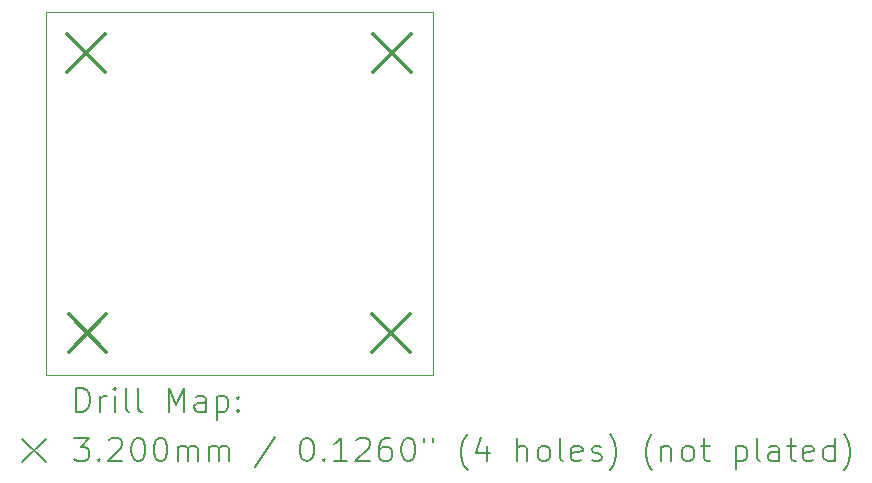
<source format=gbr>
%TF.GenerationSoftware,KiCad,Pcbnew,8.0.8*%
%TF.CreationDate,2025-02-12T15:11:35-05:00*%
%TF.ProjectId,pa-test-board,70612d74-6573-4742-9d62-6f6172642e6b,rev?*%
%TF.SameCoordinates,Original*%
%TF.FileFunction,Drillmap*%
%TF.FilePolarity,Positive*%
%FSLAX45Y45*%
G04 Gerber Fmt 4.5, Leading zero omitted, Abs format (unit mm)*
G04 Created by KiCad (PCBNEW 8.0.8) date 2025-02-12 15:11:35*
%MOMM*%
%LPD*%
G01*
G04 APERTURE LIST*
%ADD10C,0.050000*%
%ADD11C,0.200000*%
%ADD12C,0.320000*%
G04 APERTURE END LIST*
D10*
X13407745Y-9215000D02*
X16687745Y-9215000D01*
X16687745Y-12285000D01*
X13407745Y-12285000D01*
X13407745Y-9215000D01*
D11*
D12*
X13590000Y-9400000D02*
X13910000Y-9720000D01*
X13910000Y-9400000D02*
X13590000Y-9720000D01*
X13600000Y-11770000D02*
X13920000Y-12090000D01*
X13920000Y-11770000D02*
X13600000Y-12090000D01*
X16170000Y-11770000D02*
X16490000Y-12090000D01*
X16490000Y-11770000D02*
X16170000Y-12090000D01*
X16180000Y-9400000D02*
X16500000Y-9720000D01*
X16500000Y-9400000D02*
X16180000Y-9720000D01*
D11*
X13666022Y-12598984D02*
X13666022Y-12398984D01*
X13666022Y-12398984D02*
X13713641Y-12398984D01*
X13713641Y-12398984D02*
X13742212Y-12408508D01*
X13742212Y-12408508D02*
X13761260Y-12427555D01*
X13761260Y-12427555D02*
X13770784Y-12446603D01*
X13770784Y-12446603D02*
X13780307Y-12484698D01*
X13780307Y-12484698D02*
X13780307Y-12513269D01*
X13780307Y-12513269D02*
X13770784Y-12551365D01*
X13770784Y-12551365D02*
X13761260Y-12570412D01*
X13761260Y-12570412D02*
X13742212Y-12589460D01*
X13742212Y-12589460D02*
X13713641Y-12598984D01*
X13713641Y-12598984D02*
X13666022Y-12598984D01*
X13866022Y-12598984D02*
X13866022Y-12465650D01*
X13866022Y-12503746D02*
X13875546Y-12484698D01*
X13875546Y-12484698D02*
X13885069Y-12475174D01*
X13885069Y-12475174D02*
X13904117Y-12465650D01*
X13904117Y-12465650D02*
X13923165Y-12465650D01*
X13989831Y-12598984D02*
X13989831Y-12465650D01*
X13989831Y-12398984D02*
X13980307Y-12408508D01*
X13980307Y-12408508D02*
X13989831Y-12418031D01*
X13989831Y-12418031D02*
X13999355Y-12408508D01*
X13999355Y-12408508D02*
X13989831Y-12398984D01*
X13989831Y-12398984D02*
X13989831Y-12418031D01*
X14113641Y-12598984D02*
X14094593Y-12589460D01*
X14094593Y-12589460D02*
X14085069Y-12570412D01*
X14085069Y-12570412D02*
X14085069Y-12398984D01*
X14218403Y-12598984D02*
X14199355Y-12589460D01*
X14199355Y-12589460D02*
X14189831Y-12570412D01*
X14189831Y-12570412D02*
X14189831Y-12398984D01*
X14446974Y-12598984D02*
X14446974Y-12398984D01*
X14446974Y-12398984D02*
X14513641Y-12541841D01*
X14513641Y-12541841D02*
X14580307Y-12398984D01*
X14580307Y-12398984D02*
X14580307Y-12598984D01*
X14761260Y-12598984D02*
X14761260Y-12494222D01*
X14761260Y-12494222D02*
X14751736Y-12475174D01*
X14751736Y-12475174D02*
X14732688Y-12465650D01*
X14732688Y-12465650D02*
X14694593Y-12465650D01*
X14694593Y-12465650D02*
X14675546Y-12475174D01*
X14761260Y-12589460D02*
X14742212Y-12598984D01*
X14742212Y-12598984D02*
X14694593Y-12598984D01*
X14694593Y-12598984D02*
X14675546Y-12589460D01*
X14675546Y-12589460D02*
X14666022Y-12570412D01*
X14666022Y-12570412D02*
X14666022Y-12551365D01*
X14666022Y-12551365D02*
X14675546Y-12532317D01*
X14675546Y-12532317D02*
X14694593Y-12522793D01*
X14694593Y-12522793D02*
X14742212Y-12522793D01*
X14742212Y-12522793D02*
X14761260Y-12513269D01*
X14856498Y-12465650D02*
X14856498Y-12665650D01*
X14856498Y-12475174D02*
X14875546Y-12465650D01*
X14875546Y-12465650D02*
X14913641Y-12465650D01*
X14913641Y-12465650D02*
X14932688Y-12475174D01*
X14932688Y-12475174D02*
X14942212Y-12484698D01*
X14942212Y-12484698D02*
X14951736Y-12503746D01*
X14951736Y-12503746D02*
X14951736Y-12560888D01*
X14951736Y-12560888D02*
X14942212Y-12579936D01*
X14942212Y-12579936D02*
X14932688Y-12589460D01*
X14932688Y-12589460D02*
X14913641Y-12598984D01*
X14913641Y-12598984D02*
X14875546Y-12598984D01*
X14875546Y-12598984D02*
X14856498Y-12589460D01*
X15037450Y-12579936D02*
X15046974Y-12589460D01*
X15046974Y-12589460D02*
X15037450Y-12598984D01*
X15037450Y-12598984D02*
X15027927Y-12589460D01*
X15027927Y-12589460D02*
X15037450Y-12579936D01*
X15037450Y-12579936D02*
X15037450Y-12598984D01*
X15037450Y-12475174D02*
X15046974Y-12484698D01*
X15046974Y-12484698D02*
X15037450Y-12494222D01*
X15037450Y-12494222D02*
X15027927Y-12484698D01*
X15027927Y-12484698D02*
X15037450Y-12475174D01*
X15037450Y-12475174D02*
X15037450Y-12494222D01*
X13205245Y-12827500D02*
X13405245Y-13027500D01*
X13405245Y-12827500D02*
X13205245Y-13027500D01*
X13646974Y-12818984D02*
X13770784Y-12818984D01*
X13770784Y-12818984D02*
X13704117Y-12895174D01*
X13704117Y-12895174D02*
X13732688Y-12895174D01*
X13732688Y-12895174D02*
X13751736Y-12904698D01*
X13751736Y-12904698D02*
X13761260Y-12914222D01*
X13761260Y-12914222D02*
X13770784Y-12933269D01*
X13770784Y-12933269D02*
X13770784Y-12980888D01*
X13770784Y-12980888D02*
X13761260Y-12999936D01*
X13761260Y-12999936D02*
X13751736Y-13009460D01*
X13751736Y-13009460D02*
X13732688Y-13018984D01*
X13732688Y-13018984D02*
X13675546Y-13018984D01*
X13675546Y-13018984D02*
X13656498Y-13009460D01*
X13656498Y-13009460D02*
X13646974Y-12999936D01*
X13856498Y-12999936D02*
X13866022Y-13009460D01*
X13866022Y-13009460D02*
X13856498Y-13018984D01*
X13856498Y-13018984D02*
X13846974Y-13009460D01*
X13846974Y-13009460D02*
X13856498Y-12999936D01*
X13856498Y-12999936D02*
X13856498Y-13018984D01*
X13942212Y-12838031D02*
X13951736Y-12828508D01*
X13951736Y-12828508D02*
X13970784Y-12818984D01*
X13970784Y-12818984D02*
X14018403Y-12818984D01*
X14018403Y-12818984D02*
X14037450Y-12828508D01*
X14037450Y-12828508D02*
X14046974Y-12838031D01*
X14046974Y-12838031D02*
X14056498Y-12857079D01*
X14056498Y-12857079D02*
X14056498Y-12876127D01*
X14056498Y-12876127D02*
X14046974Y-12904698D01*
X14046974Y-12904698D02*
X13932688Y-13018984D01*
X13932688Y-13018984D02*
X14056498Y-13018984D01*
X14180307Y-12818984D02*
X14199355Y-12818984D01*
X14199355Y-12818984D02*
X14218403Y-12828508D01*
X14218403Y-12828508D02*
X14227927Y-12838031D01*
X14227927Y-12838031D02*
X14237450Y-12857079D01*
X14237450Y-12857079D02*
X14246974Y-12895174D01*
X14246974Y-12895174D02*
X14246974Y-12942793D01*
X14246974Y-12942793D02*
X14237450Y-12980888D01*
X14237450Y-12980888D02*
X14227927Y-12999936D01*
X14227927Y-12999936D02*
X14218403Y-13009460D01*
X14218403Y-13009460D02*
X14199355Y-13018984D01*
X14199355Y-13018984D02*
X14180307Y-13018984D01*
X14180307Y-13018984D02*
X14161260Y-13009460D01*
X14161260Y-13009460D02*
X14151736Y-12999936D01*
X14151736Y-12999936D02*
X14142212Y-12980888D01*
X14142212Y-12980888D02*
X14132688Y-12942793D01*
X14132688Y-12942793D02*
X14132688Y-12895174D01*
X14132688Y-12895174D02*
X14142212Y-12857079D01*
X14142212Y-12857079D02*
X14151736Y-12838031D01*
X14151736Y-12838031D02*
X14161260Y-12828508D01*
X14161260Y-12828508D02*
X14180307Y-12818984D01*
X14370784Y-12818984D02*
X14389831Y-12818984D01*
X14389831Y-12818984D02*
X14408879Y-12828508D01*
X14408879Y-12828508D02*
X14418403Y-12838031D01*
X14418403Y-12838031D02*
X14427927Y-12857079D01*
X14427927Y-12857079D02*
X14437450Y-12895174D01*
X14437450Y-12895174D02*
X14437450Y-12942793D01*
X14437450Y-12942793D02*
X14427927Y-12980888D01*
X14427927Y-12980888D02*
X14418403Y-12999936D01*
X14418403Y-12999936D02*
X14408879Y-13009460D01*
X14408879Y-13009460D02*
X14389831Y-13018984D01*
X14389831Y-13018984D02*
X14370784Y-13018984D01*
X14370784Y-13018984D02*
X14351736Y-13009460D01*
X14351736Y-13009460D02*
X14342212Y-12999936D01*
X14342212Y-12999936D02*
X14332688Y-12980888D01*
X14332688Y-12980888D02*
X14323165Y-12942793D01*
X14323165Y-12942793D02*
X14323165Y-12895174D01*
X14323165Y-12895174D02*
X14332688Y-12857079D01*
X14332688Y-12857079D02*
X14342212Y-12838031D01*
X14342212Y-12838031D02*
X14351736Y-12828508D01*
X14351736Y-12828508D02*
X14370784Y-12818984D01*
X14523165Y-13018984D02*
X14523165Y-12885650D01*
X14523165Y-12904698D02*
X14532688Y-12895174D01*
X14532688Y-12895174D02*
X14551736Y-12885650D01*
X14551736Y-12885650D02*
X14580308Y-12885650D01*
X14580308Y-12885650D02*
X14599355Y-12895174D01*
X14599355Y-12895174D02*
X14608879Y-12914222D01*
X14608879Y-12914222D02*
X14608879Y-13018984D01*
X14608879Y-12914222D02*
X14618403Y-12895174D01*
X14618403Y-12895174D02*
X14637450Y-12885650D01*
X14637450Y-12885650D02*
X14666022Y-12885650D01*
X14666022Y-12885650D02*
X14685069Y-12895174D01*
X14685069Y-12895174D02*
X14694593Y-12914222D01*
X14694593Y-12914222D02*
X14694593Y-13018984D01*
X14789831Y-13018984D02*
X14789831Y-12885650D01*
X14789831Y-12904698D02*
X14799355Y-12895174D01*
X14799355Y-12895174D02*
X14818403Y-12885650D01*
X14818403Y-12885650D02*
X14846974Y-12885650D01*
X14846974Y-12885650D02*
X14866022Y-12895174D01*
X14866022Y-12895174D02*
X14875546Y-12914222D01*
X14875546Y-12914222D02*
X14875546Y-13018984D01*
X14875546Y-12914222D02*
X14885069Y-12895174D01*
X14885069Y-12895174D02*
X14904117Y-12885650D01*
X14904117Y-12885650D02*
X14932688Y-12885650D01*
X14932688Y-12885650D02*
X14951736Y-12895174D01*
X14951736Y-12895174D02*
X14961260Y-12914222D01*
X14961260Y-12914222D02*
X14961260Y-13018984D01*
X15351736Y-12809460D02*
X15180308Y-13066603D01*
X15608879Y-12818984D02*
X15627927Y-12818984D01*
X15627927Y-12818984D02*
X15646974Y-12828508D01*
X15646974Y-12828508D02*
X15656498Y-12838031D01*
X15656498Y-12838031D02*
X15666022Y-12857079D01*
X15666022Y-12857079D02*
X15675546Y-12895174D01*
X15675546Y-12895174D02*
X15675546Y-12942793D01*
X15675546Y-12942793D02*
X15666022Y-12980888D01*
X15666022Y-12980888D02*
X15656498Y-12999936D01*
X15656498Y-12999936D02*
X15646974Y-13009460D01*
X15646974Y-13009460D02*
X15627927Y-13018984D01*
X15627927Y-13018984D02*
X15608879Y-13018984D01*
X15608879Y-13018984D02*
X15589831Y-13009460D01*
X15589831Y-13009460D02*
X15580308Y-12999936D01*
X15580308Y-12999936D02*
X15570784Y-12980888D01*
X15570784Y-12980888D02*
X15561260Y-12942793D01*
X15561260Y-12942793D02*
X15561260Y-12895174D01*
X15561260Y-12895174D02*
X15570784Y-12857079D01*
X15570784Y-12857079D02*
X15580308Y-12838031D01*
X15580308Y-12838031D02*
X15589831Y-12828508D01*
X15589831Y-12828508D02*
X15608879Y-12818984D01*
X15761260Y-12999936D02*
X15770784Y-13009460D01*
X15770784Y-13009460D02*
X15761260Y-13018984D01*
X15761260Y-13018984D02*
X15751736Y-13009460D01*
X15751736Y-13009460D02*
X15761260Y-12999936D01*
X15761260Y-12999936D02*
X15761260Y-13018984D01*
X15961260Y-13018984D02*
X15846974Y-13018984D01*
X15904117Y-13018984D02*
X15904117Y-12818984D01*
X15904117Y-12818984D02*
X15885070Y-12847555D01*
X15885070Y-12847555D02*
X15866022Y-12866603D01*
X15866022Y-12866603D02*
X15846974Y-12876127D01*
X16037451Y-12838031D02*
X16046974Y-12828508D01*
X16046974Y-12828508D02*
X16066022Y-12818984D01*
X16066022Y-12818984D02*
X16113641Y-12818984D01*
X16113641Y-12818984D02*
X16132689Y-12828508D01*
X16132689Y-12828508D02*
X16142212Y-12838031D01*
X16142212Y-12838031D02*
X16151736Y-12857079D01*
X16151736Y-12857079D02*
X16151736Y-12876127D01*
X16151736Y-12876127D02*
X16142212Y-12904698D01*
X16142212Y-12904698D02*
X16027927Y-13018984D01*
X16027927Y-13018984D02*
X16151736Y-13018984D01*
X16323165Y-12818984D02*
X16285070Y-12818984D01*
X16285070Y-12818984D02*
X16266022Y-12828508D01*
X16266022Y-12828508D02*
X16256498Y-12838031D01*
X16256498Y-12838031D02*
X16237451Y-12866603D01*
X16237451Y-12866603D02*
X16227927Y-12904698D01*
X16227927Y-12904698D02*
X16227927Y-12980888D01*
X16227927Y-12980888D02*
X16237451Y-12999936D01*
X16237451Y-12999936D02*
X16246974Y-13009460D01*
X16246974Y-13009460D02*
X16266022Y-13018984D01*
X16266022Y-13018984D02*
X16304117Y-13018984D01*
X16304117Y-13018984D02*
X16323165Y-13009460D01*
X16323165Y-13009460D02*
X16332689Y-12999936D01*
X16332689Y-12999936D02*
X16342212Y-12980888D01*
X16342212Y-12980888D02*
X16342212Y-12933269D01*
X16342212Y-12933269D02*
X16332689Y-12914222D01*
X16332689Y-12914222D02*
X16323165Y-12904698D01*
X16323165Y-12904698D02*
X16304117Y-12895174D01*
X16304117Y-12895174D02*
X16266022Y-12895174D01*
X16266022Y-12895174D02*
X16246974Y-12904698D01*
X16246974Y-12904698D02*
X16237451Y-12914222D01*
X16237451Y-12914222D02*
X16227927Y-12933269D01*
X16466022Y-12818984D02*
X16485070Y-12818984D01*
X16485070Y-12818984D02*
X16504117Y-12828508D01*
X16504117Y-12828508D02*
X16513641Y-12838031D01*
X16513641Y-12838031D02*
X16523165Y-12857079D01*
X16523165Y-12857079D02*
X16532689Y-12895174D01*
X16532689Y-12895174D02*
X16532689Y-12942793D01*
X16532689Y-12942793D02*
X16523165Y-12980888D01*
X16523165Y-12980888D02*
X16513641Y-12999936D01*
X16513641Y-12999936D02*
X16504117Y-13009460D01*
X16504117Y-13009460D02*
X16485070Y-13018984D01*
X16485070Y-13018984D02*
X16466022Y-13018984D01*
X16466022Y-13018984D02*
X16446974Y-13009460D01*
X16446974Y-13009460D02*
X16437451Y-12999936D01*
X16437451Y-12999936D02*
X16427927Y-12980888D01*
X16427927Y-12980888D02*
X16418403Y-12942793D01*
X16418403Y-12942793D02*
X16418403Y-12895174D01*
X16418403Y-12895174D02*
X16427927Y-12857079D01*
X16427927Y-12857079D02*
X16437451Y-12838031D01*
X16437451Y-12838031D02*
X16446974Y-12828508D01*
X16446974Y-12828508D02*
X16466022Y-12818984D01*
X16608879Y-12818984D02*
X16608879Y-12857079D01*
X16685070Y-12818984D02*
X16685070Y-12857079D01*
X16980308Y-13095174D02*
X16970784Y-13085650D01*
X16970784Y-13085650D02*
X16951736Y-13057079D01*
X16951736Y-13057079D02*
X16942213Y-13038031D01*
X16942213Y-13038031D02*
X16932689Y-13009460D01*
X16932689Y-13009460D02*
X16923165Y-12961841D01*
X16923165Y-12961841D02*
X16923165Y-12923746D01*
X16923165Y-12923746D02*
X16932689Y-12876127D01*
X16932689Y-12876127D02*
X16942213Y-12847555D01*
X16942213Y-12847555D02*
X16951736Y-12828508D01*
X16951736Y-12828508D02*
X16970784Y-12799936D01*
X16970784Y-12799936D02*
X16980308Y-12790412D01*
X17142213Y-12885650D02*
X17142213Y-13018984D01*
X17094594Y-12809460D02*
X17046975Y-12952317D01*
X17046975Y-12952317D02*
X17170784Y-12952317D01*
X17399356Y-13018984D02*
X17399356Y-12818984D01*
X17485070Y-13018984D02*
X17485070Y-12914222D01*
X17485070Y-12914222D02*
X17475546Y-12895174D01*
X17475546Y-12895174D02*
X17456498Y-12885650D01*
X17456498Y-12885650D02*
X17427927Y-12885650D01*
X17427927Y-12885650D02*
X17408879Y-12895174D01*
X17408879Y-12895174D02*
X17399356Y-12904698D01*
X17608879Y-13018984D02*
X17589832Y-13009460D01*
X17589832Y-13009460D02*
X17580308Y-12999936D01*
X17580308Y-12999936D02*
X17570784Y-12980888D01*
X17570784Y-12980888D02*
X17570784Y-12923746D01*
X17570784Y-12923746D02*
X17580308Y-12904698D01*
X17580308Y-12904698D02*
X17589832Y-12895174D01*
X17589832Y-12895174D02*
X17608879Y-12885650D01*
X17608879Y-12885650D02*
X17637451Y-12885650D01*
X17637451Y-12885650D02*
X17656498Y-12895174D01*
X17656498Y-12895174D02*
X17666022Y-12904698D01*
X17666022Y-12904698D02*
X17675546Y-12923746D01*
X17675546Y-12923746D02*
X17675546Y-12980888D01*
X17675546Y-12980888D02*
X17666022Y-12999936D01*
X17666022Y-12999936D02*
X17656498Y-13009460D01*
X17656498Y-13009460D02*
X17637451Y-13018984D01*
X17637451Y-13018984D02*
X17608879Y-13018984D01*
X17789832Y-13018984D02*
X17770784Y-13009460D01*
X17770784Y-13009460D02*
X17761260Y-12990412D01*
X17761260Y-12990412D02*
X17761260Y-12818984D01*
X17942213Y-13009460D02*
X17923165Y-13018984D01*
X17923165Y-13018984D02*
X17885070Y-13018984D01*
X17885070Y-13018984D02*
X17866022Y-13009460D01*
X17866022Y-13009460D02*
X17856498Y-12990412D01*
X17856498Y-12990412D02*
X17856498Y-12914222D01*
X17856498Y-12914222D02*
X17866022Y-12895174D01*
X17866022Y-12895174D02*
X17885070Y-12885650D01*
X17885070Y-12885650D02*
X17923165Y-12885650D01*
X17923165Y-12885650D02*
X17942213Y-12895174D01*
X17942213Y-12895174D02*
X17951737Y-12914222D01*
X17951737Y-12914222D02*
X17951737Y-12933269D01*
X17951737Y-12933269D02*
X17856498Y-12952317D01*
X18027927Y-13009460D02*
X18046975Y-13018984D01*
X18046975Y-13018984D02*
X18085070Y-13018984D01*
X18085070Y-13018984D02*
X18104118Y-13009460D01*
X18104118Y-13009460D02*
X18113641Y-12990412D01*
X18113641Y-12990412D02*
X18113641Y-12980888D01*
X18113641Y-12980888D02*
X18104118Y-12961841D01*
X18104118Y-12961841D02*
X18085070Y-12952317D01*
X18085070Y-12952317D02*
X18056498Y-12952317D01*
X18056498Y-12952317D02*
X18037451Y-12942793D01*
X18037451Y-12942793D02*
X18027927Y-12923746D01*
X18027927Y-12923746D02*
X18027927Y-12914222D01*
X18027927Y-12914222D02*
X18037451Y-12895174D01*
X18037451Y-12895174D02*
X18056498Y-12885650D01*
X18056498Y-12885650D02*
X18085070Y-12885650D01*
X18085070Y-12885650D02*
X18104118Y-12895174D01*
X18180308Y-13095174D02*
X18189832Y-13085650D01*
X18189832Y-13085650D02*
X18208879Y-13057079D01*
X18208879Y-13057079D02*
X18218403Y-13038031D01*
X18218403Y-13038031D02*
X18227927Y-13009460D01*
X18227927Y-13009460D02*
X18237451Y-12961841D01*
X18237451Y-12961841D02*
X18237451Y-12923746D01*
X18237451Y-12923746D02*
X18227927Y-12876127D01*
X18227927Y-12876127D02*
X18218403Y-12847555D01*
X18218403Y-12847555D02*
X18208879Y-12828508D01*
X18208879Y-12828508D02*
X18189832Y-12799936D01*
X18189832Y-12799936D02*
X18180308Y-12790412D01*
X18542213Y-13095174D02*
X18532689Y-13085650D01*
X18532689Y-13085650D02*
X18513641Y-13057079D01*
X18513641Y-13057079D02*
X18504118Y-13038031D01*
X18504118Y-13038031D02*
X18494594Y-13009460D01*
X18494594Y-13009460D02*
X18485070Y-12961841D01*
X18485070Y-12961841D02*
X18485070Y-12923746D01*
X18485070Y-12923746D02*
X18494594Y-12876127D01*
X18494594Y-12876127D02*
X18504118Y-12847555D01*
X18504118Y-12847555D02*
X18513641Y-12828508D01*
X18513641Y-12828508D02*
X18532689Y-12799936D01*
X18532689Y-12799936D02*
X18542213Y-12790412D01*
X18618403Y-12885650D02*
X18618403Y-13018984D01*
X18618403Y-12904698D02*
X18627927Y-12895174D01*
X18627927Y-12895174D02*
X18646975Y-12885650D01*
X18646975Y-12885650D02*
X18675546Y-12885650D01*
X18675546Y-12885650D02*
X18694594Y-12895174D01*
X18694594Y-12895174D02*
X18704118Y-12914222D01*
X18704118Y-12914222D02*
X18704118Y-13018984D01*
X18827927Y-13018984D02*
X18808879Y-13009460D01*
X18808879Y-13009460D02*
X18799356Y-12999936D01*
X18799356Y-12999936D02*
X18789832Y-12980888D01*
X18789832Y-12980888D02*
X18789832Y-12923746D01*
X18789832Y-12923746D02*
X18799356Y-12904698D01*
X18799356Y-12904698D02*
X18808879Y-12895174D01*
X18808879Y-12895174D02*
X18827927Y-12885650D01*
X18827927Y-12885650D02*
X18856499Y-12885650D01*
X18856499Y-12885650D02*
X18875546Y-12895174D01*
X18875546Y-12895174D02*
X18885070Y-12904698D01*
X18885070Y-12904698D02*
X18894594Y-12923746D01*
X18894594Y-12923746D02*
X18894594Y-12980888D01*
X18894594Y-12980888D02*
X18885070Y-12999936D01*
X18885070Y-12999936D02*
X18875546Y-13009460D01*
X18875546Y-13009460D02*
X18856499Y-13018984D01*
X18856499Y-13018984D02*
X18827927Y-13018984D01*
X18951737Y-12885650D02*
X19027927Y-12885650D01*
X18980308Y-12818984D02*
X18980308Y-12990412D01*
X18980308Y-12990412D02*
X18989832Y-13009460D01*
X18989832Y-13009460D02*
X19008879Y-13018984D01*
X19008879Y-13018984D02*
X19027927Y-13018984D01*
X19246975Y-12885650D02*
X19246975Y-13085650D01*
X19246975Y-12895174D02*
X19266022Y-12885650D01*
X19266022Y-12885650D02*
X19304118Y-12885650D01*
X19304118Y-12885650D02*
X19323165Y-12895174D01*
X19323165Y-12895174D02*
X19332689Y-12904698D01*
X19332689Y-12904698D02*
X19342213Y-12923746D01*
X19342213Y-12923746D02*
X19342213Y-12980888D01*
X19342213Y-12980888D02*
X19332689Y-12999936D01*
X19332689Y-12999936D02*
X19323165Y-13009460D01*
X19323165Y-13009460D02*
X19304118Y-13018984D01*
X19304118Y-13018984D02*
X19266022Y-13018984D01*
X19266022Y-13018984D02*
X19246975Y-13009460D01*
X19456499Y-13018984D02*
X19437451Y-13009460D01*
X19437451Y-13009460D02*
X19427927Y-12990412D01*
X19427927Y-12990412D02*
X19427927Y-12818984D01*
X19618403Y-13018984D02*
X19618403Y-12914222D01*
X19618403Y-12914222D02*
X19608880Y-12895174D01*
X19608880Y-12895174D02*
X19589832Y-12885650D01*
X19589832Y-12885650D02*
X19551737Y-12885650D01*
X19551737Y-12885650D02*
X19532689Y-12895174D01*
X19618403Y-13009460D02*
X19599356Y-13018984D01*
X19599356Y-13018984D02*
X19551737Y-13018984D01*
X19551737Y-13018984D02*
X19532689Y-13009460D01*
X19532689Y-13009460D02*
X19523165Y-12990412D01*
X19523165Y-12990412D02*
X19523165Y-12971365D01*
X19523165Y-12971365D02*
X19532689Y-12952317D01*
X19532689Y-12952317D02*
X19551737Y-12942793D01*
X19551737Y-12942793D02*
X19599356Y-12942793D01*
X19599356Y-12942793D02*
X19618403Y-12933269D01*
X19685070Y-12885650D02*
X19761260Y-12885650D01*
X19713641Y-12818984D02*
X19713641Y-12990412D01*
X19713641Y-12990412D02*
X19723165Y-13009460D01*
X19723165Y-13009460D02*
X19742213Y-13018984D01*
X19742213Y-13018984D02*
X19761260Y-13018984D01*
X19904118Y-13009460D02*
X19885070Y-13018984D01*
X19885070Y-13018984D02*
X19846975Y-13018984D01*
X19846975Y-13018984D02*
X19827927Y-13009460D01*
X19827927Y-13009460D02*
X19818403Y-12990412D01*
X19818403Y-12990412D02*
X19818403Y-12914222D01*
X19818403Y-12914222D02*
X19827927Y-12895174D01*
X19827927Y-12895174D02*
X19846975Y-12885650D01*
X19846975Y-12885650D02*
X19885070Y-12885650D01*
X19885070Y-12885650D02*
X19904118Y-12895174D01*
X19904118Y-12895174D02*
X19913641Y-12914222D01*
X19913641Y-12914222D02*
X19913641Y-12933269D01*
X19913641Y-12933269D02*
X19818403Y-12952317D01*
X20085070Y-13018984D02*
X20085070Y-12818984D01*
X20085070Y-13009460D02*
X20066022Y-13018984D01*
X20066022Y-13018984D02*
X20027927Y-13018984D01*
X20027927Y-13018984D02*
X20008880Y-13009460D01*
X20008880Y-13009460D02*
X19999356Y-12999936D01*
X19999356Y-12999936D02*
X19989832Y-12980888D01*
X19989832Y-12980888D02*
X19989832Y-12923746D01*
X19989832Y-12923746D02*
X19999356Y-12904698D01*
X19999356Y-12904698D02*
X20008880Y-12895174D01*
X20008880Y-12895174D02*
X20027927Y-12885650D01*
X20027927Y-12885650D02*
X20066022Y-12885650D01*
X20066022Y-12885650D02*
X20085070Y-12895174D01*
X20161261Y-13095174D02*
X20170784Y-13085650D01*
X20170784Y-13085650D02*
X20189832Y-13057079D01*
X20189832Y-13057079D02*
X20199356Y-13038031D01*
X20199356Y-13038031D02*
X20208880Y-13009460D01*
X20208880Y-13009460D02*
X20218403Y-12961841D01*
X20218403Y-12961841D02*
X20218403Y-12923746D01*
X20218403Y-12923746D02*
X20208880Y-12876127D01*
X20208880Y-12876127D02*
X20199356Y-12847555D01*
X20199356Y-12847555D02*
X20189832Y-12828508D01*
X20189832Y-12828508D02*
X20170784Y-12799936D01*
X20170784Y-12799936D02*
X20161261Y-12790412D01*
M02*

</source>
